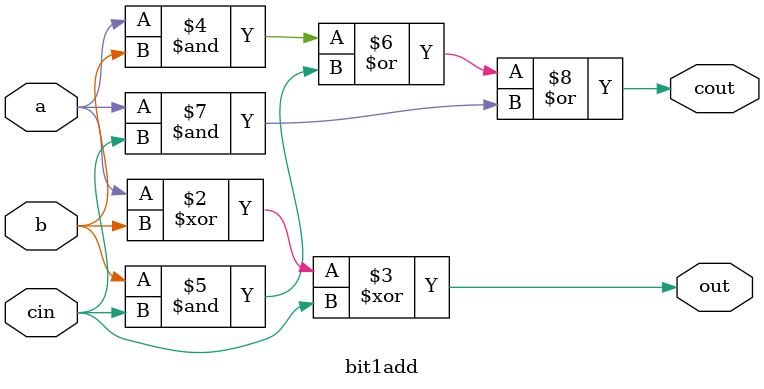
<source format=v>
`timescale 1ns / 1ps
module bit1add(out, cout,a,b,cin);

input a,b,cin;
output reg out, cout;

always @ (*)
begin
	out = a^b^cin;
	cout = (a & b) | (b & cin) | (a & cin);
	
end


endmodule

</source>
